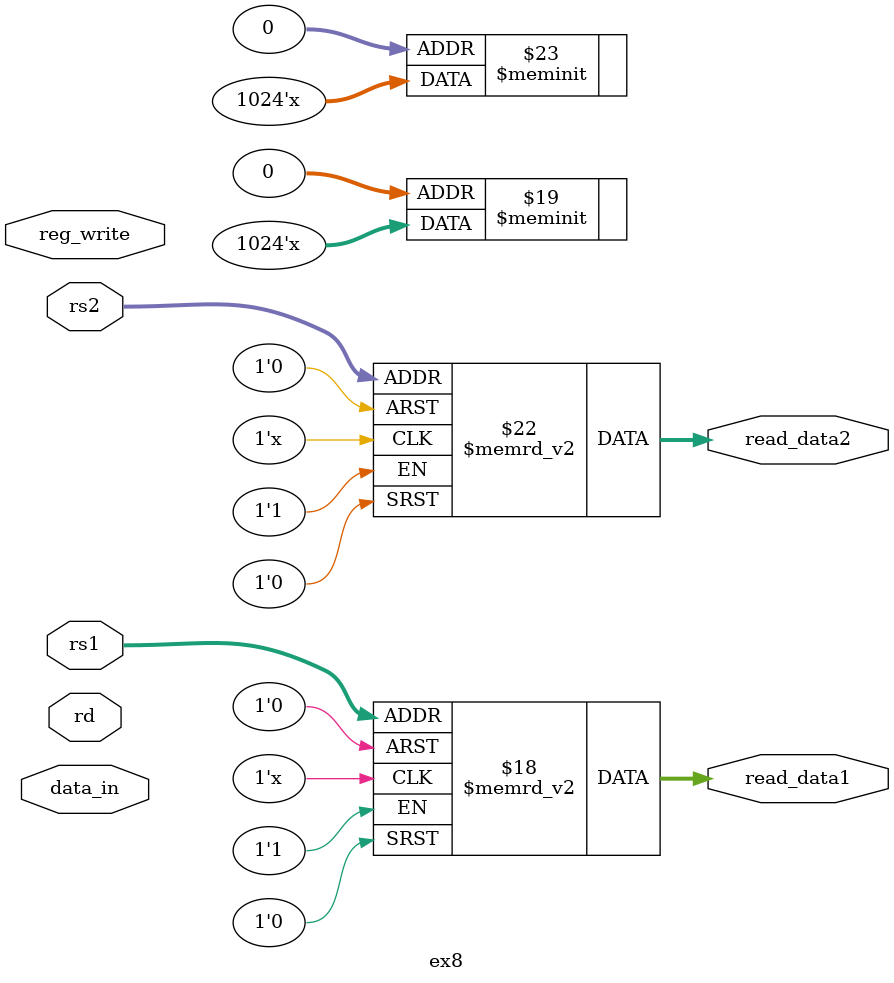
<source format=v>
`timescale 1ns / 1ps


module ex8(rs1,rs2,rd,data_in,reg_write,read_data1,read_data2);
    input [4:0] rs1,rs2,rd;
    input reg_write;
    input [31:0] data_in;
    output [31:0] read_data1,read_data2;
    reg [31:0] read_data1;
    reg [31:0] read_data2;
    reg [31:0] registers [0:31];
    always @(*) begin
    if (reg_write==1)begin
    registers[rd]<=data_in;
    end
    read_data1<=registers[rs1];
    read_data2<=registers[rs2];
    end
    
endmodule


</source>
